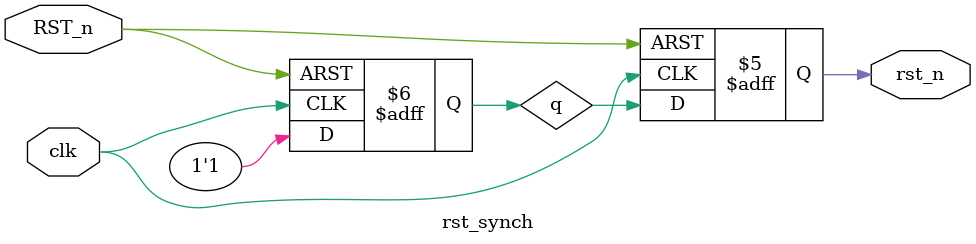
<source format=v>



module rst_synch(
    input  RST_n,
    input  clk,
    output reg rst_n
);

// Internal Register
reg q;

// First stage (metastability filter)
always @ (posedge clk or negedge RST_n) begin
    if (!RST_n)
        q <= 1'b0;
    else
        q <= 1'b1; // set on
end

// Final stage
always @ (posedge clk or negedge RST_n) begin
    if (!RST_n)
        rst_n <= 1'b0;
    else
        rst_n <= q;
end

endmodule


</source>
